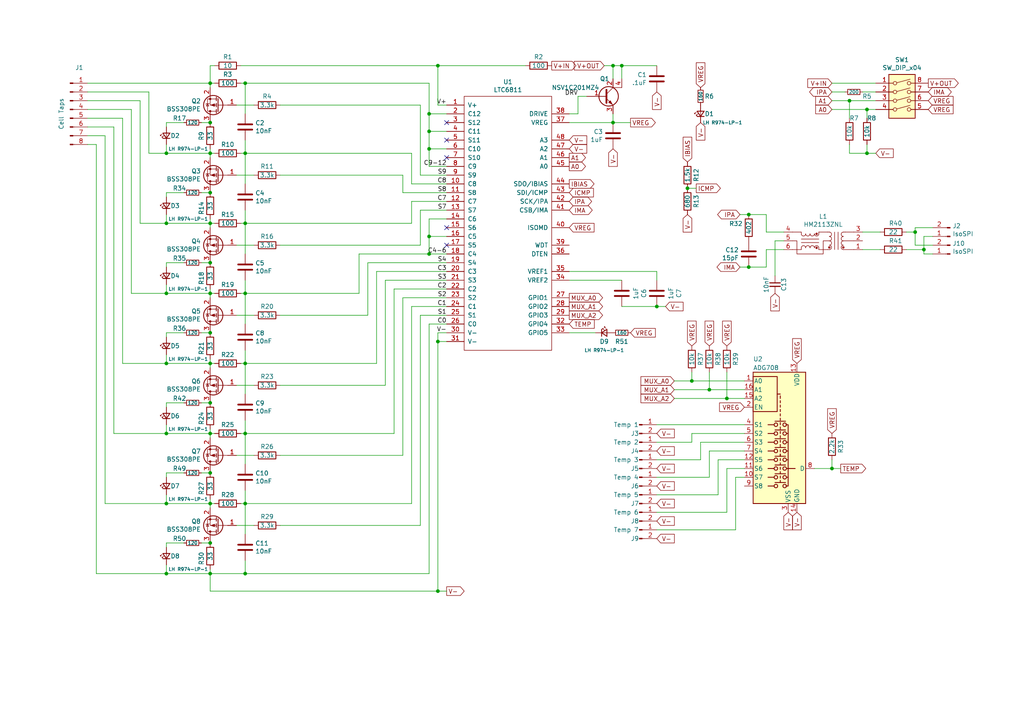
<source format=kicad_sch>
(kicad_sch (version 20230121) (generator eeschema)
  (paper "A4")
  (junction (at 71.12 44.45))
  (junction (at 60.96 96.52))
  (junction (at 177.8 19.05))
  (junction (at 60.96 146.05))
  (junction (at 60.96 137.16))
  (junction (at 124.46 43.18))
  (junction (at 48.26 64.77))
  (junction (at 190.5 88.9))
  (junction (at 246.38 29.21))
  (junction (at 48.26 85.09))
  (junction (at 60.96 125.73))
  (junction (at 60.96 24.13))
  (junction (at 251.46 31.75))
  (junction (at 71.12 64.77))
  (junction (at 124.46 68.58))
  (junction (at 124.46 73.66))
  (junction (at 60.96 85.09))
  (junction (at 180.34 19.05))
  (junction (at 241.3 135.89))
  (junction (at 124.46 33.02))
  (junction (at 48.26 146.05))
  (junction (at 60.96 105.41))
  (junction (at 127 19.05))
  (junction (at 210.82 115.57))
  (junction (at 48.26 166.37))
  (junction (at 60.96 116.84))
  (junction (at 71.12 166.37))
  (junction (at 265.43 67.31))
  (junction (at 71.12 105.41))
  (junction (at 48.26 105.41))
  (junction (at 124.46 38.1))
  (junction (at 127 99.06))
  (junction (at 60.96 44.45))
  (junction (at 60.96 76.2))
  (junction (at 60.96 35.56))
  (junction (at 48.26 44.45))
  (junction (at 251.46 44.45))
  (junction (at 71.12 24.13))
  (junction (at 71.12 146.05))
  (junction (at 60.96 166.37))
  (junction (at 199.39 54.61))
  (junction (at 217.17 77.47))
  (junction (at 267.97 72.39))
  (junction (at 60.96 157.48))
  (junction (at 127 171.45))
  (junction (at 200.66 110.49))
  (junction (at 205.74 113.03))
  (junction (at 177.8 35.56))
  (junction (at 60.96 64.77))
  (junction (at 60.96 55.88))
  (junction (at 48.26 125.73))
  (junction (at 71.12 85.09))
  (junction (at 71.12 125.73))
  (junction (at 217.17 62.23))
  (no_connect (at 129.54 40.64))
  (no_connect (at 129.54 71.12))
  (no_connect (at 129.54 35.56))
  (no_connect (at 129.54 66.04))
  (no_connect (at 129.54 45.72))
  (wire (pts (xy 195.58 113.03) (xy 205.74 113.03)))
  (wire (pts (xy 48.26 143.51) (xy 48.26 146.05)))
  (wire (pts (xy 251.46 44.45) (xy 246.38 44.45)))
  (wire (pts (xy 127 19.05) (xy 127 30.48)))
  (wire (pts (xy 200.66 125.73) (xy 200.66 128.27)))
  (wire (pts (xy 214.63 77.47) (xy 217.17 77.47)))
  (wire (pts (xy 69.85 85.09) (xy 71.12 85.09)))
  (wire (pts (xy 190.5 128.27) (xy 200.66 128.27)))
  (wire (pts (xy 48.26 123.19) (xy 48.26 125.73)))
  (wire (pts (xy 71.12 105.41) (xy 109.22 105.41)))
  (wire (pts (xy 81.28 71.12) (xy 121.92 71.12)))
  (wire (pts (xy 33.02 125.73) (xy 48.26 125.73)))
  (wire (pts (xy 180.34 22.86) (xy 180.34 19.05)))
  (wire (pts (xy 224.79 80.01) (xy 224.79 69.85)))
  (wire (pts (xy 48.26 55.88) (xy 48.26 57.15)))
  (wire (pts (xy 243.84 135.89) (xy 241.3 135.89)))
  (wire (pts (xy 25.4 31.75) (xy 38.1 31.75)))
  (wire (pts (xy 69.85 105.41) (xy 71.12 105.41)))
  (wire (pts (xy 71.12 166.37) (xy 124.46 166.37)))
  (wire (pts (xy 60.96 19.05) (xy 62.23 19.05)))
  (wire (pts (xy 267.97 72.39) (xy 262.89 72.39)))
  (wire (pts (xy 71.12 146.05) (xy 71.12 154.94)))
  (wire (pts (xy 69.85 125.73) (xy 71.12 125.73)))
  (wire (pts (xy 68.58 50.8) (xy 73.66 50.8)))
  (wire (pts (xy 48.26 102.87) (xy 48.26 105.41)))
  (wire (pts (xy 129.54 83.82) (xy 114.3 83.82)))
  (wire (pts (xy 222.25 67.31) (xy 227.33 67.31)))
  (wire (pts (xy 208.28 133.35) (xy 215.9 133.35)))
  (wire (pts (xy 71.12 40.64) (xy 71.12 44.45)))
  (wire (pts (xy 81.28 132.08) (xy 116.84 132.08)))
  (wire (pts (xy 129.54 88.9) (xy 119.38 88.9)))
  (wire (pts (xy 60.96 85.09) (xy 62.23 85.09)))
  (wire (pts (xy 68.58 30.48) (xy 73.66 30.48)))
  (wire (pts (xy 124.46 73.66) (xy 129.54 73.66)))
  (wire (pts (xy 43.18 44.45) (xy 48.26 44.45)))
  (wire (pts (xy 121.92 60.96) (xy 121.92 71.12)))
  (wire (pts (xy 251.46 44.45) (xy 254 44.45)))
  (wire (pts (xy 111.76 81.28) (xy 129.54 81.28)))
  (wire (pts (xy 60.96 25.4) (xy 60.96 24.13)))
  (wire (pts (xy 60.96 157.48) (xy 58.42 157.48)))
  (wire (pts (xy 71.12 44.45) (xy 119.38 44.45)))
  (wire (pts (xy 81.28 50.8) (xy 116.84 50.8)))
  (wire (pts (xy 81.28 111.76) (xy 111.76 111.76)))
  (wire (pts (xy 215.9 138.43) (xy 213.36 138.43)))
  (wire (pts (xy 38.1 31.75) (xy 38.1 85.09)))
  (wire (pts (xy 25.4 34.29) (xy 35.56 34.29)))
  (wire (pts (xy 127 19.05) (xy 152.4 19.05)))
  (wire (pts (xy 60.96 96.52) (xy 58.42 96.52)))
  (wire (pts (xy 71.12 44.45) (xy 71.12 53.34)))
  (wire (pts (xy 60.96 55.88) (xy 58.42 55.88)))
  (wire (pts (xy 60.96 63.5) (xy 60.96 64.77)))
  (wire (pts (xy 81.28 30.48) (xy 121.92 30.48)))
  (wire (pts (xy 48.26 137.16) (xy 48.26 138.43)))
  (wire (pts (xy 224.79 69.85) (xy 227.33 69.85)))
  (wire (pts (xy 190.5 143.51) (xy 208.28 143.51)))
  (wire (pts (xy 190.5 133.35) (xy 203.2 133.35)))
  (wire (pts (xy 251.46 34.29) (xy 251.46 31.75)))
  (wire (pts (xy 217.17 77.47) (xy 222.25 77.47)))
  (wire (pts (xy 48.26 116.84) (xy 48.26 118.11)))
  (wire (pts (xy 175.26 19.05) (xy 177.8 19.05)))
  (wire (pts (xy 177.8 35.56) (xy 177.8 33.02)))
  (wire (pts (xy 71.12 162.56) (xy 71.12 166.37)))
  (wire (pts (xy 200.66 110.49) (xy 215.9 110.49)))
  (wire (pts (xy 124.46 33.02) (xy 124.46 38.1)))
  (wire (pts (xy 124.46 33.02) (xy 129.54 33.02)))
  (wire (pts (xy 25.4 24.13) (xy 60.96 24.13)))
  (wire (pts (xy 116.84 86.36) (xy 129.54 86.36)))
  (wire (pts (xy 119.38 88.9) (xy 119.38 146.05)))
  (wire (pts (xy 265.43 67.31) (xy 265.43 71.12)))
  (wire (pts (xy 33.02 125.73) (xy 33.02 36.83)))
  (wire (pts (xy 116.84 132.08) (xy 116.84 86.36)))
  (wire (pts (xy 48.26 163.83) (xy 48.26 166.37)))
  (wire (pts (xy 60.96 104.14) (xy 60.96 105.41)))
  (wire (pts (xy 203.2 128.27) (xy 215.9 128.27)))
  (wire (pts (xy 60.96 64.77) (xy 62.23 64.77)))
  (wire (pts (xy 121.92 50.8) (xy 129.54 50.8)))
  (wire (pts (xy 265.43 66.04) (xy 265.43 67.31)))
  (wire (pts (xy 267.97 72.39) (xy 267.97 73.66)))
  (wire (pts (xy 205.74 138.43) (xy 190.5 138.43)))
  (wire (pts (xy 60.96 166.37) (xy 60.96 171.45)))
  (wire (pts (xy 114.3 83.82) (xy 114.3 125.73)))
  (wire (pts (xy 60.96 171.45) (xy 127 171.45)))
  (wire (pts (xy 68.58 152.4) (xy 73.66 152.4)))
  (wire (pts (xy 71.12 105.41) (xy 71.12 114.3)))
  (wire (pts (xy 116.84 55.88) (xy 116.84 50.8)))
  (wire (pts (xy 48.26 96.52) (xy 48.26 97.79)))
  (wire (pts (xy 205.74 113.03) (xy 215.9 113.03)))
  (wire (pts (xy 190.5 78.74) (xy 190.5 81.28)))
  (wire (pts (xy 60.96 127) (xy 60.96 125.73)))
  (wire (pts (xy 267.97 72.39) (xy 267.97 68.58)))
  (wire (pts (xy 60.96 43.18) (xy 60.96 44.45)))
  (wire (pts (xy 68.58 111.76) (xy 73.66 111.76)))
  (wire (pts (xy 119.38 58.42) (xy 119.38 64.77)))
  (wire (pts (xy 124.46 38.1) (xy 124.46 43.18)))
  (wire (pts (xy 251.46 41.91) (xy 251.46 44.45)))
  (wire (pts (xy 71.12 24.13) (xy 71.12 33.02)))
  (wire (pts (xy 127 99.06) (xy 127 171.45)))
  (wire (pts (xy 210.82 107.95) (xy 210.82 115.57)))
  (wire (pts (xy 69.85 44.45) (xy 71.12 44.45)))
  (wire (pts (xy 203.2 133.35) (xy 203.2 128.27)))
  (wire (pts (xy 129.54 58.42) (xy 119.38 58.42)))
  (wire (pts (xy 69.85 24.13) (xy 71.12 24.13)))
  (wire (pts (xy 71.12 24.13) (xy 124.46 24.13)))
  (wire (pts (xy 48.26 64.77) (xy 60.96 64.77)))
  (wire (pts (xy 241.3 24.13) (xy 254 24.13)))
  (wire (pts (xy 68.58 91.44) (xy 73.66 91.44)))
  (wire (pts (xy 241.3 26.67) (xy 245.11 26.67)))
  (wire (pts (xy 48.26 62.23) (xy 48.26 64.77)))
  (wire (pts (xy 40.64 64.77) (xy 48.26 64.77)))
  (wire (pts (xy 165.1 35.56) (xy 177.8 35.56)))
  (wire (pts (xy 69.85 146.05) (xy 71.12 146.05)))
  (wire (pts (xy 246.38 29.21) (xy 246.38 34.29)))
  (wire (pts (xy 53.34 35.56) (xy 48.26 35.56)))
  (wire (pts (xy 71.12 125.73) (xy 114.3 125.73)))
  (wire (pts (xy 195.58 110.49) (xy 200.66 110.49)))
  (wire (pts (xy 222.25 72.39) (xy 222.25 77.47)))
  (wire (pts (xy 270.51 66.04) (xy 265.43 66.04)))
  (wire (pts (xy 165.1 81.28) (xy 180.34 81.28)))
  (wire (pts (xy 124.46 93.98) (xy 129.54 93.98)))
  (wire (pts (xy 127 96.52) (xy 129.54 96.52)))
  (wire (pts (xy 172.72 96.52) (xy 165.1 96.52)))
  (wire (pts (xy 190.5 148.59) (xy 210.82 148.59)))
  (wire (pts (xy 40.64 29.21) (xy 40.64 64.77)))
  (wire (pts (xy 60.96 166.37) (xy 71.12 166.37)))
  (wire (pts (xy 48.26 76.2) (xy 48.26 77.47)))
  (wire (pts (xy 124.46 68.58) (xy 129.54 68.58)))
  (wire (pts (xy 109.22 105.41) (xy 109.22 78.74)))
  (wire (pts (xy 25.4 39.37) (xy 30.48 39.37)))
  (wire (pts (xy 60.96 116.84) (xy 58.42 116.84)))
  (wire (pts (xy 60.96 45.72) (xy 60.96 44.45)))
  (wire (pts (xy 127 99.06) (xy 129.54 99.06)))
  (wire (pts (xy 127 99.06) (xy 127 96.52)))
  (wire (pts (xy 121.92 91.44) (xy 129.54 91.44)))
  (wire (pts (xy 213.36 138.43) (xy 213.36 153.67)))
  (wire (pts (xy 69.85 64.77) (xy 71.12 64.77)))
  (wire (pts (xy 195.58 115.57) (xy 210.82 115.57)))
  (wire (pts (xy 38.1 85.09) (xy 48.26 85.09)))
  (wire (pts (xy 177.8 19.05) (xy 180.34 19.05)))
  (wire (pts (xy 104.14 85.09) (xy 104.14 73.66)))
  (wire (pts (xy 53.34 76.2) (xy 48.26 76.2)))
  (wire (pts (xy 68.58 71.12) (xy 73.66 71.12)))
  (wire (pts (xy 165.1 78.74) (xy 190.5 78.74)))
  (wire (pts (xy 246.38 44.45) (xy 246.38 41.91)))
  (wire (pts (xy 109.22 78.74) (xy 129.54 78.74)))
  (wire (pts (xy 241.3 29.21) (xy 246.38 29.21)))
  (wire (pts (xy 25.4 41.91) (xy 27.94 41.91)))
  (wire (pts (xy 35.56 34.29) (xy 35.56 105.41)))
  (wire (pts (xy 25.4 26.67) (xy 43.18 26.67)))
  (wire (pts (xy 60.96 105.41) (xy 62.23 105.41)))
  (wire (pts (xy 201.93 54.61) (xy 199.39 54.61)))
  (wire (pts (xy 217.17 62.23) (xy 222.25 62.23)))
  (wire (pts (xy 214.63 62.23) (xy 217.17 62.23)))
  (wire (pts (xy 48.26 125.73) (xy 60.96 125.73)))
  (wire (pts (xy 60.96 24.13) (xy 60.96 19.05)))
  (wire (pts (xy 60.96 44.45) (xy 62.23 44.45)))
  (wire (pts (xy 215.9 130.81) (xy 205.74 130.81)))
  (wire (pts (xy 241.3 135.89) (xy 236.22 135.89)))
  (wire (pts (xy 71.12 64.77) (xy 71.12 73.66)))
  (wire (pts (xy 106.68 76.2) (xy 106.68 91.44)))
  (wire (pts (xy 60.96 137.16) (xy 58.42 137.16)))
  (wire (pts (xy 210.82 135.89) (xy 215.9 135.89)))
  (wire (pts (xy 48.26 105.41) (xy 60.96 105.41)))
  (wire (pts (xy 60.96 147.32) (xy 60.96 146.05)))
  (wire (pts (xy 48.26 82.55) (xy 48.26 85.09)))
  (wire (pts (xy 71.12 85.09) (xy 71.12 93.98)))
  (wire (pts (xy 60.96 24.13) (xy 62.23 24.13)))
  (wire (pts (xy 71.12 64.77) (xy 119.38 64.77)))
  (wire (pts (xy 53.34 157.48) (xy 48.26 157.48)))
  (wire (pts (xy 48.26 146.05) (xy 60.96 146.05)))
  (wire (pts (xy 124.46 24.13) (xy 124.46 33.02)))
  (wire (pts (xy 200.66 107.95) (xy 200.66 110.49)))
  (wire (pts (xy 205.74 107.95) (xy 205.74 113.03)))
  (wire (pts (xy 182.88 35.56) (xy 177.8 35.56)))
  (wire (pts (xy 124.46 68.58) (xy 124.46 63.5)))
  (wire (pts (xy 53.34 137.16) (xy 48.26 137.16)))
  (wire (pts (xy 60.96 76.2) (xy 58.42 76.2)))
  (wire (pts (xy 35.56 105.41) (xy 48.26 105.41)))
  (wire (pts (xy 53.34 96.52) (xy 48.26 96.52)))
  (wire (pts (xy 124.46 166.37) (xy 124.46 93.98)))
  (wire (pts (xy 121.92 60.96) (xy 129.54 60.96)))
  (wire (pts (xy 60.96 146.05) (xy 62.23 146.05)))
  (wire (pts (xy 25.4 29.21) (xy 40.64 29.21)))
  (wire (pts (xy 167.64 27.94) (xy 167.64 33.02)))
  (wire (pts (xy 48.26 44.45) (xy 60.96 44.45)))
  (wire (pts (xy 60.96 165.1) (xy 60.96 166.37)))
  (wire (pts (xy 241.3 31.75) (xy 251.46 31.75)))
  (wire (pts (xy 254 29.21) (xy 246.38 29.21)))
  (wire (pts (xy 48.26 157.48) (xy 48.26 158.75)))
  (wire (pts (xy 190.5 123.19) (xy 215.9 123.19)))
  (wire (pts (xy 48.26 85.09) (xy 60.96 85.09)))
  (wire (pts (xy 60.96 125.73) (xy 62.23 125.73)))
  (wire (pts (xy 222.25 72.39) (xy 227.33 72.39)))
  (wire (pts (xy 60.96 35.56) (xy 58.42 35.56)))
  (wire (pts (xy 129.54 171.45) (xy 127 171.45)))
  (wire (pts (xy 267.97 68.58) (xy 270.51 68.58)))
  (wire (pts (xy 71.12 81.28) (xy 71.12 85.09)))
  (wire (pts (xy 48.26 35.56) (xy 48.26 36.83)))
  (wire (pts (xy 48.26 166.37) (xy 60.96 166.37)))
  (wire (pts (xy 129.54 55.88) (xy 116.84 55.88)))
  (wire (pts (xy 60.96 66.04) (xy 60.96 64.77)))
  (wire (pts (xy 180.34 19.05) (xy 190.5 19.05)))
  (wire (pts (xy 104.14 73.66) (xy 124.46 73.66)))
  (wire (pts (xy 222.25 62.23) (xy 222.25 67.31)))
  (wire (pts (xy 241.3 133.35) (xy 241.3 135.89)))
  (wire (pts (xy 124.46 63.5) (xy 129.54 63.5)))
  (wire (pts (xy 71.12 142.24) (xy 71.12 146.05)))
  (wire (pts (xy 129.54 76.2) (xy 106.68 76.2)))
  (wire (pts (xy 71.12 121.92) (xy 71.12 125.73)))
  (wire (pts (xy 267.97 73.66) (xy 270.51 73.66)))
  (wire (pts (xy 71.12 101.6) (xy 71.12 105.41)))
  (wire (pts (xy 213.36 153.67) (xy 190.5 153.67)))
  (wire (pts (xy 265.43 71.12) (xy 270.51 71.12)))
  (wire (pts (xy 71.12 60.96) (xy 71.12 64.77)))
  (wire (pts (xy 27.94 166.37) (xy 48.26 166.37)))
  (wire (pts (xy 68.58 132.08) (xy 73.66 132.08)))
  (wire (pts (xy 60.96 106.68) (xy 60.96 105.41)))
  (wire (pts (xy 53.34 55.88) (xy 48.26 55.88)))
  (wire (pts (xy 60.96 144.78) (xy 60.96 146.05)))
  (wire (pts (xy 180.34 88.9) (xy 190.5 88.9)))
  (wire (pts (xy 60.96 124.46) (xy 60.96 125.73)))
  (wire (pts (xy 69.85 19.05) (xy 127 19.05)))
  (wire (pts (xy 124.46 43.18) (xy 124.46 48.26)))
  (wire (pts (xy 33.02 36.83) (xy 25.4 36.83)))
  (wire (pts (xy 255.27 72.39) (xy 250.19 72.39)))
  (wire (pts (xy 27.94 41.91) (xy 27.94 166.37)))
  (wire (pts (xy 43.18 26.67) (xy 43.18 44.45)))
  (wire (pts (xy 71.12 125.73) (xy 71.12 134.62)))
  (wire (pts (xy 250.19 67.31) (xy 255.27 67.31)))
  (wire (pts (xy 210.82 115.57) (xy 215.9 115.57)))
  (wire (pts (xy 71.12 146.05) (xy 119.38 146.05)))
  (wire (pts (xy 119.38 53.34) (xy 129.54 53.34)))
  (wire (pts (xy 48.26 41.91) (xy 48.26 44.45)))
  (wire (pts (xy 124.46 43.18) (xy 129.54 43.18)))
  (wire (pts (xy 121.92 30.48) (xy 121.92 50.8)))
  (wire (pts (xy 60.96 83.82) (xy 60.96 85.09)))
  (wire (pts (xy 250.19 26.67) (xy 254 26.67)))
  (wire (pts (xy 124.46 38.1) (xy 129.54 38.1)))
  (wire (pts (xy 205.74 130.81) (xy 205.74 138.43)))
  (wire (pts (xy 30.48 39.37) (xy 30.48 146.05)))
  (wire (pts (xy 30.48 146.05) (xy 48.26 146.05)))
  (wire (pts (xy 81.28 91.44) (xy 106.68 91.44)))
  (wire (pts (xy 111.76 111.76) (xy 111.76 81.28)))
  (wire (pts (xy 251.46 31.75) (xy 254 31.75)))
  (wire (pts (xy 208.28 143.51) (xy 208.28 133.35)))
  (wire (pts (xy 262.89 67.31) (xy 265.43 67.31)))
  (wire (pts (xy 81.28 152.4) (xy 121.92 152.4)))
  (wire (pts (xy 215.9 125.73) (xy 200.66 125.73)))
  (wire (pts (xy 124.46 68.58) (xy 124.46 73.66)))
  (wire (pts (xy 177.8 19.05) (xy 177.8 22.86)))
  (wire (pts (xy 119.38 44.45) (xy 119.38 53.34)))
  (wire (pts (xy 210.82 148.59) (xy 210.82 135.89)))
  (wire (pts (xy 121.92 152.4) (xy 121.92 91.44)))
  (wire (pts (xy 124.46 48.26) (xy 129.54 48.26)))
  (wire (pts (xy 127 30.48) (xy 129.54 30.48)))
  (wire (pts (xy 170.18 27.94) (xy 167.64 27.94)))
  (wire (pts (xy 60.96 86.36) (xy 60.96 85.09)))
  (wire (pts (xy 53.34 116.84) (xy 48.26 116.84)))
  (wire (pts (xy 71.12 85.09) (xy 104.14 85.09)))
  (wire (pts (xy 190.5 88.9) (xy 193.04 88.9)))
  (wire (pts (xy 167.64 33.02) (xy 165.1 33.02)))
  (label "S7" (at 129.54 60.96 180))
  (label "S1" (at 129.54 91.44 180))
  (label "DRV" (at 167.64 27.94 180))
  (label "S4" (at 129.54 76.2 180))
  (label "V+" (at 129.54 30.48 180))
  (label "C8" (at 129.54 53.34 180))
  (label "C2" (at 129.54 83.82 180))
  (label "S3" (at 129.54 81.28 180))
  (label "C1" (at 129.54 88.9 180))
  (label "C3" (at 129.54 78.74 180))
  (label "C9-12" (at 129.54 48.26 180))
  (label "S8" (at 129.54 55.88 180))
  (label "C0" (at 129.54 93.98 180))
  (label "C4-6" (at 129.54 73.66 180))
  (label "S9" (at 129.54 50.8 180))
  (label "C7" (at 129.54 58.42 180))
  (label "V-" (at 129.54 96.52 180))
  (label "S2" (at 129.54 86.36 180))
  (global_label "ICMP" (shape input) (at 165.1 55.88 0) (property "Intersheetrefs" "${INTERSHEET_REFS}" (effects hide)))
  (global_label "V-" (shape input) (at 190.5 156.21 0) (property "Intersheetrefs" "${INTERSHEET_REFS}" (effects hide)))
  (global_label "IMA" (shape bidirectional) (at 214.63 77.47 180) (property "Intersheetrefs" "${INTERSHEET_REFS}" (effects hide)))
  (global_label "VREG" (shape input) (at 182.88 96.52 0) (property "Intersheetrefs" "${INTERSHEET_REFS}" (effects hide)))
  (global_label "V-" (shape input) (at 199.39 62.23 270) (property "Intersheetrefs" "${INTERSHEET_REFS}" (effects hide)))
  (global_label "V-" (shape input) (at 190.5 151.13 0) (property "Intersheetrefs" "${INTERSHEET_REFS}" (effects hide)))
  (global_label "V-" (shape input) (at 190.5 135.89 0) (property "Intersheetrefs" "${INTERSHEET_REFS}" (effects hide)))
  (global_label "IMA" (shape bidirectional) (at 165.1 60.96 0) (property "Intersheetrefs" "${INTERSHEET_REFS}" (effects hide)))
  (global_label "IBIAS" (shape input) (at 199.39 46.99 90) (property "Intersheetrefs" "${INTERSHEET_REFS}" (effects hide)))
  (global_label "V+OUT" (shape input) (at 175.26 19.05 180) (property "Intersheetrefs" "${INTERSHEET_REFS}" (effects hide)))
  (global_label "V-" (shape input) (at 193.04 88.9 0) (property "Intersheetrefs" "${INTERSHEET_REFS}" (effects hide)))
  (global_label "VREG" (shape input) (at 215.9 118.11 180) (property "Intersheetrefs" "${INTERSHEET_REFS}" (effects hide)))
  (global_label "V-" (shape input) (at 190.5 130.81 0) (property "Intersheetrefs" "${INTERSHEET_REFS}" (effects hide)))
  (global_label "V+IN" (shape input) (at 241.3 24.13 180) (property "Intersheetrefs" "${INTERSHEET_REFS}" (effects hide)))
  (global_label "V-" (shape input) (at 190.5 146.05 0) (property "Intersheetrefs" "${INTERSHEET_REFS}" (effects hide)))
  (global_label "V+IN" (shape output) (at 160.02 19.05 0) (property "Intersheetrefs" "${INTERSHEET_REFS}" (effects hide)))
  (global_label "V-" (shape input) (at 203.2 35.56 270) (property "Intersheetrefs" "${INTERSHEET_REFS}" (effects hide)))
  (global_label "A0" (shape input) (at 241.3 31.75 180) (property "Intersheetrefs" "${INTERSHEET_REFS}" (effects hide)))
  (global_label "VREG" (shape input) (at 200.66 100.33 90) (property "Intersheetrefs" "${INTERSHEET_REFS}" (effects hide)))
  (global_label "V-" (shape input) (at 190.5 26.67 270) (property "Intersheetrefs" "${INTERSHEET_REFS}" (effects hide)))
  (global_label "VREG" (shape input) (at 165.1 66.04 0) (property "Intersheetrefs" "${INTERSHEET_REFS}" (effects hide)))
  (global_label "VREG" (shape input) (at 241.3 125.73 90) (property "Intersheetrefs" "${INTERSHEET_REFS}" (effects hide)))
  (global_label "MUX_A2" (shape output) (at 165.1 91.44 0) (property "Intersheetrefs" "${INTERSHEET_REFS}" (effects hide)))
  (global_label "TEMP" (shape input) (at 165.1 93.98 0) (property "Intersheetrefs" "${INTERSHEET_REFS}" (effects hide)))
  (global_label "V-" (shape input) (at 190.5 125.73 0) (property "Intersheetrefs" "${INTERSHEET_REFS}" (effects hide)))
  (global_label "VREG" (shape output) (at 182.88 35.56 0) (property "Intersheetrefs" "${INTERSHEET_REFS}" (effects hide)))
  (global_label "MUX_A1" (shape input) (at 195.58 113.03 180) (property "Intersheetrefs" "${INTERSHEET_REFS}" (effects hide)))
  (global_label "IMA" (shape bidirectional) (at 269.24 26.67 0) (property "Intersheetrefs" "${INTERSHEET_REFS}" (effects hide)))
  (global_label "V-" (shape input) (at 177.8 43.18 270) (property "Intersheetrefs" "${INTERSHEET_REFS}" (effects hide)))
  (global_label "VREG" (shape input) (at 269.24 29.21 0) (property "Intersheetrefs" "${INTERSHEET_REFS}" (effects hide)))
  (global_label "V-" (shape input) (at 254 44.45 0) (property "Intersheetrefs" "${INTERSHEET_REFS}" (effects hide)))
  (global_label "V-" (shape input) (at 165.1 40.64 0) (property "Intersheetrefs" "${INTERSHEET_REFS}" (effects hide)))
  (global_label "V-" (shape input) (at 228.6 148.59 270) (property "Intersheetrefs" "${INTERSHEET_REFS}" (effects hide)))
  (global_label "ICMP" (shape output) (at 201.93 54.61 0) (property "Intersheetrefs" "${INTERSHEET_REFS}" (effects hide)))
  (global_label "IBIAS" (shape output) (at 165.1 53.34 0) (property "Intersheetrefs" "${INTERSHEET_REFS}" (effects hide)))
  (global_label "MUX_A1" (shape output) (at 165.1 88.9 0) (property "Intersheetrefs" "${INTERSHEET_REFS}" (effects hide)))
  (global_label "VREG" (shape input) (at 269.24 31.75 0) (property "Intersheetrefs" "${INTERSHEET_REFS}" (effects hide)))
  (global_label "MUX_A0" (shape input) (at 195.58 110.49 180) (property "Intersheetrefs" "${INTERSHEET_REFS}" (effects hide)))
  (global_label "TEMP" (shape output) (at 243.84 135.89 0) (property "Intersheetrefs" "${INTERSHEET_REFS}" (effects hide)))
  (global_label "V-" (shape output) (at 129.54 171.45 0) (property "Intersheetrefs" "${INTERSHEET_REFS}" (effects hide)))
  (global_label "MUX_A2" (shape input) (at 195.58 115.57 180) (property "Intersheetrefs" "${INTERSHEET_REFS}" (effects hide)))
  (global_label "IPA" (shape bidirectional) (at 165.1 58.42 0) (property "Intersheetrefs" "${INTERSHEET_REFS}" (effects hide)))
  (global_label "V-" (shape input) (at 224.79 85.09 270) (property "Intersheetrefs" "${INTERSHEET_REFS}" (effects hide)))
  (global_label "A1" (shape input) (at 241.3 29.21 180) (property "Intersheetrefs" "${INTERSHEET_REFS}" (effects hide)))
  (global_label "MUX_A0" (shape output) (at 165.1 86.36 0) (property "Intersheetrefs" "${INTERSHEET_REFS}" (effects hide)))
  (global_label "VREG" (shape input) (at 203.2 25.4 90) (property "Intersheetrefs" "${INTERSHEET_REFS}" (effects hide)))
  (global_label "V-" (shape input) (at 165.1 43.18 0) (property "Intersheetrefs" "${INTERSHEET_REFS}" (effects hide)))
  (global_label "VREG" (shape input) (at 231.14 105.41 90) (property "Intersheetrefs" "${INTERSHEET_REFS}" (effects hide)))
  (global_label "A0" (shape output) (at 165.1 48.26 0) (property "Intersheetrefs" "${INTERSHEET_REFS}" (effects hide)))
  (global_label "IPA" (shape bidirectional) (at 214.63 62.23 180) (property "Intersheetrefs" "${INTERSHEET_REFS}" (effects hide)))
  (global_label "V+OUT" (shape output) (at 269.24 24.13 0) (property "Intersheetrefs" "${INTERSHEET_REFS}" (effects hide)))
  (global_label "VREG" (shape input) (at 210.82 100.33 90) (property "Intersheetrefs" "${INTERSHEET_REFS}" (effects hide)))
  (global_label "VREG" (shape input) (at 205.74 100.33 90) (property "Intersheetrefs" "${INTERSHEET_REFS}" (effects hide)))
  (global_label "IPA" (shape bidirectional) (at 241.3 26.67 180) (property "Intersheetrefs" "${INTERSHEET_REFS}" (effects hide)))
  (global_label "V-" (shape input) (at 190.5 140.97 0) (property "Intersheetrefs" "${INTERSHEET_REFS}" (effects hide)))
  (global_label "V-" (shape input) (at 231.14 148.59 270) (property "Intersheetrefs" "${INTERSHEET_REFS}" (effects hide)))
  (global_label "A1" (shape output) (at 165.1 45.72 0) (property "Intersheetrefs" "${INTERSHEET_REFS}" (effects hide)))
  (symbol (lib_id "FS_FINAL:LTC6811") (at 147.32 27.94 0) (unit 1)
    (property "Reference" "U1" (at 147.32 23.749 0))
    (property "Value" "LTC6811" (at 147.32 26.0604 0))
    (property "Footprint" "FSFootprints:FSOP-48_[LTC6811-2]" (effects hide))
  )
  (symbol (lib_id "Transistor_FET:BSS84") (at 63.5 30.48 180) (unit 1)
    (property "Reference" "Q2" (at 58.2676 29.3116 0) (effects (justify left)))
    (property "Value" "BSS308PE" (at 58.2676 31.623 0) (effects (justify left)))
    (property "Footprint" "TO_SOT_Packages_SMD:SOT-23" (effects hide))
    (property "Datasheet" "http://assets.nexperia.com/documents/data-sheet/BSS84.pdf" (effects hide))
  )
  (symbol (lib_id "Device:R") (at 77.47 30.48 270) (unit 1)
    (property "Reference" "R4" (at 77.47 27.94 90))
    (property "Value" "3.3k" (at 77.47 30.48 90))
    (property "Footprint" "Resistors_SMD:R_0805_HandSoldering" (effects hide))
  )
  (symbol (lib_id "Device:R") (at 60.96 39.37 180) (unit 1)
    (property "Reference" "R9" (at 58.42 38.1 90) (effects (justify left)))
    (property "Value" "33" (at 60.96 38.1 90) (effects (justify left)))
    (property "Footprint" "Resistors_SMD:R_2512_HandSoldering" (effects hide))
  )
  (symbol (lib_id "Device:R") (at 66.04 19.05 270) (unit 1)
    (property "Reference" "R1" (at 66.04 16.51 90))
    (property "Value" "10" (at 66.04 19.05 90))
    (property "Footprint" "Resistors_SMD:R_0805_HandSoldering" (effects hide))
  )
  (symbol (lib_id "Device:R") (at 66.04 24.13 270) (unit 1)
    (property "Reference" "R3" (at 66.04 21.59 90))
    (property "Value" "100" (at 66.04 24.13 90))
    (property "Footprint" "Resistors_SMD:R_0805_HandSoldering" (effects hide))
  )
  (symbol (lib_id "Device:C") (at 71.12 36.83 0) (unit 1)
    (property "Reference" "C2" (at 74.041 35.6616 0) (effects (justify left)))
    (property "Value" "10nF" (at 74.041 37.973 0) (effects (justify left)))
    (property "Footprint" "Capacitors_SMD:C_0805_HandSoldering" (effects hide))
  )
  (symbol (lib_id "BMS-rescue:Conn_01x08_Male-Connector") (at 20.32 31.75 0) (unit 1)
    (property "Reference" "J1" (at 23.0124 19.6088 0))
    (property "Value" "Cell Taps" (at 17.78 33.02 90))
    (property "Footprint" "FSFootprints:Cell Taps" (effects hide))
  )
  (symbol (lib_id "Transistor_FET:BSS84") (at 63.5 50.8 180) (unit 1)
    (property "Reference" "Q3" (at 58.2676 49.6316 0) (effects (justify left)))
    (property "Value" "BSS308PE" (at 58.2676 51.943 0) (effects (justify left)))
    (property "Footprint" "TO_SOT_Packages_SMD:SOT-23" (effects hide))
    (property "Datasheet" "http://assets.nexperia.com/documents/data-sheet/BSS84.pdf" (effects hide))
  )
  (symbol (lib_id "Device:R") (at 77.47 50.8 270) (unit 1)
    (property "Reference" "R11" (at 77.47 48.26 90))
    (property "Value" "3.3k" (at 77.47 50.8 90))
    (property "Footprint" "Resistors_SMD:R_0805_HandSoldering" (effects hide))
  )
  (symbol (lib_id "Device:R") (at 60.96 59.69 180) (unit 1)
    (property "Reference" "R14" (at 58.42 58.42 90) (effects (justify left)))
    (property "Value" "33" (at 60.96 58.42 90) (effects (justify left)))
    (property "Footprint" "Resistors_SMD:R_2512_HandSoldering" (effects hide))
  )
  (symbol (lib_id "Device:R") (at 66.04 44.45 270) (unit 1)
    (property "Reference" "R10" (at 66.04 41.91 90))
    (property "Value" "100" (at 66.04 44.45 90))
    (property "Footprint" "Resistors_SMD:R_0805_HandSoldering" (effects hide))
  )
  (symbol (lib_id "Device:C") (at 71.12 57.15 0) (unit 1)
    (property "Reference" "C4" (at 74.041 55.9816 0) (effects (justify left)))
    (property "Value" "10nF" (at 74.041 58.293 0) (effects (justify left)))
    (property "Footprint" "Capacitors_SMD:C_0805_HandSoldering" (effects hide))
  )
  (symbol (lib_id "Transistor_FET:BSS84") (at 63.5 71.12 180) (unit 1)
    (property "Reference" "Q4" (at 58.2676 69.9516 0) (effects (justify left)))
    (property "Value" "BSS308PE" (at 58.2676 72.263 0) (effects (justify left)))
    (property "Footprint" "TO_SOT_Packages_SMD:SOT-23" (effects hide))
    (property "Datasheet" "http://assets.nexperia.com/documents/data-sheet/BSS84.pdf" (effects hide))
  )
  (symbol (lib_id "Device:R") (at 77.47 71.12 270) (unit 1)
    (property "Reference" "R16" (at 77.47 68.58 90))
    (property "Value" "3.3k" (at 77.47 71.12 90))
    (property "Footprint" "Resistors_SMD:R_0805_HandSoldering" (effects hide))
  )
  (symbol (lib_id "Device:R") (at 60.96 80.01 180) (unit 1)
    (property "Reference" "R18" (at 58.42 78.74 90) (effects (justify left)))
    (property "Value" "33" (at 60.96 78.74 90) (effects (justify left)))
    (property "Footprint" "Resistors_SMD:R_2512_HandSoldering" (effects hide))
  )
  (symbol (lib_id "Device:R") (at 66.04 64.77 270) (unit 1)
    (property "Reference" "R15" (at 66.04 62.23 90))
    (property "Value" "100" (at 66.04 64.77 90))
    (property "Footprint" "Resistors_SMD:R_0805_HandSoldering" (effects hide))
  )
  (symbol (lib_id "Device:C") (at 71.12 77.47 0) (unit 1)
    (property "Reference" "C5" (at 74.041 76.3016 0) (effects (justify left)))
    (property "Value" "10nF" (at 74.041 78.613 0) (effects (justify left)))
    (property "Footprint" "Capacitors_SMD:C_0805_HandSoldering" (effects hide))
  )
  (symbol (lib_id "Transistor_FET:BSS84") (at 63.5 91.44 180) (unit 1)
    (property "Reference" "Q5" (at 58.2676 90.2716 0) (effects (justify left)))
    (property "Value" "BSS308PE" (at 58.2676 92.583 0) (effects (justify left)))
    (property "Footprint" "TO_SOT_Packages_SMD:SOT-23" (effects hide))
    (property "Datasheet" "http://assets.nexperia.com/documents/data-sheet/BSS84.pdf" (effects hide))
  )
  (symbol (lib_id "Device:R") (at 77.47 91.44 270) (unit 1)
    (property "Reference" "R20" (at 77.47 88.9 90))
    (property "Value" "3.3k" (at 77.47 91.44 90))
    (property "Footprint" "Resistors_SMD:R_0805_HandSoldering" (effects hide))
  )
  (symbol (lib_id "Device:R") (at 60.96 100.33 180) (unit 1)
    (property "Reference" "R21" (at 58.42 99.06 90) (effects (justify left)))
    (property "Value" "33" (at 60.96 99.06 90) (effects (justify left)))
    (property "Footprint" "Resistors_SMD:R_2512_HandSoldering" (effects hide))
  )
  (symbol (lib_id "Device:R") (at 66.04 85.09 270) (unit 1)
    (property "Reference" "R19" (at 66.04 82.55 90))
    (property "Value" "100" (at 66.04 85.09 90))
    (property "Footprint" "Resistors_SMD:R_0805_HandSoldering" (effects hide))
  )
  (symbol (lib_id "Device:C") (at 71.12 97.79 0) (unit 1)
    (property "Reference" "C8" (at 74.041 96.6216 0) (effects (justify left)))
    (property "Value" "10nF" (at 74.041 98.933 0) (effects (justify left)))
    (property "Footprint" "Capacitors_SMD:C_0805_HandSoldering" (effects hide))
  )
  (symbol (lib_id "Transistor_FET:BSS84") (at 63.5 111.76 180) (unit 1)
    (property "Reference" "Q6" (at 58.2676 110.5916 0) (effects (justify left)))
    (property "Value" "BSS308PE" (at 58.2676 112.903 0) (effects (justify left)))
    (property "Footprint" "TO_SOT_Packages_SMD:SOT-23" (effects hide))
    (property "Datasheet" "http://assets.nexperia.com/documents/data-sheet/BSS84.pdf" (effects hide))
  )
  (symbol (lib_id "Device:R") (at 77.47 111.76 270) (unit 1)
    (property "Reference" "R23" (at 77.47 109.22 90))
    (property "Value" "3.3k" (at 77.47 111.76 90))
    (property "Footprint" "Resistors_SMD:R_0805_HandSoldering" (effects hide))
  )
  (symbol (lib_id "Device:R") (at 60.96 120.65 180) (unit 1)
    (property "Reference" "R24" (at 58.42 119.38 90) (effects (justify left)))
    (property "Value" "33" (at 60.96 119.38 90) (effects (justify left)))
    (property "Footprint" "Resistors_SMD:R_2512_HandSoldering" (effects hide))
  )
  (symbol (lib_id "Device:R") (at 66.04 105.41 270) (unit 1)
    (property "Reference" "R22" (at 66.04 102.87 90))
    (property "Value" "100" (at 66.04 105.41 90))
    (property "Footprint" "Resistors_SMD:R_0805_HandSoldering" (effects hide))
  )
  (symbol (lib_id "Device:C") (at 71.12 118.11 0) (unit 1)
    (property "Reference" "C9" (at 74.041 116.9416 0) (effects (justify left)))
    (property "Value" "10nF" (at 74.041 119.253 0) (effects (justify left)))
    (property "Footprint" "Capacitors_SMD:C_0805_HandSoldering" (effects hide))
  )
  (symbol (lib_id "Transistor_FET:BSS84") (at 63.5 132.08 180) (unit 1)
    (property "Reference" "Q7" (at 58.2676 130.9116 0) (effects (justify left)))
    (property "Value" "BSS308PE" (at 58.2676 133.223 0) (effects (justify left)))
    (property "Footprint" "TO_SOT_Packages_SMD:SOT-23" (effects hide))
    (property "Datasheet" "http://assets.nexperia.com/documents/data-sheet/BSS84.pdf" (effects hide))
  )
  (symbol (lib_id "Device:R") (at 77.47 132.08 270) (unit 1)
    (property "Reference" "R26" (at 77.47 129.54 90))
    (property "Value" "3.3k" (at 77.47 132.08 90))
    (property "Footprint" "Resistors_SMD:R_0805_HandSoldering" (effects hide))
  )
  (symbol (lib_id "Device:R") (at 60.96 140.97 180) (unit 1)
    (property "Reference" "R27" (at 58.42 139.7 90) (effects (justify left)))
    (property "Value" "33" (at 60.96 139.7 90) (effects (justify left)))
    (property "Footprint" "Resistors_SMD:R_2512_HandSoldering" (effects hide))
  )
  (symbol (lib_id "Device:R") (at 66.04 125.73 270) (unit 1)
    (property "Reference" "R25" (at 66.04 123.19 90))
    (property "Value" "100" (at 66.04 125.73 90))
    (property "Footprint" "Resistors_SMD:R_0805_HandSoldering" (effects hide))
  )
  (symbol (lib_id "Device:C") (at 71.12 138.43 0) (unit 1)
    (property "Reference" "C10" (at 74.041 137.2616 0) (effects (justify left)))
    (property "Value" "10nF" (at 74.041 139.573 0) (effects (justify left)))
    (property "Footprint" "Capacitors_SMD:C_0805_HandSoldering" (effects hide))
  )
  (symbol (lib_id "Transistor_FET:BSS84") (at 63.5 152.4 180) (unit 1)
    (property "Reference" "Q8" (at 58.2676 151.2316 0) (effects (justify left)))
    (property "Value" "BSS308PE" (at 58.2676 153.543 0) (effects (justify left)))
    (property "Footprint" "TO_SOT_Packages_SMD:SOT-23" (effects hide))
    (property "Datasheet" "http://assets.nexperia.com/documents/data-sheet/BSS84.pdf" (effects hide))
  )
  (symbol (lib_id "Device:R") (at 77.47 152.4 270) (unit 1)
    (property "Reference" "R29" (at 77.47 149.86 90))
    (property "Value" "3.3k" (at 77.47 152.4 90))
    (property "Footprint" "Resistors_SMD:R_0805_HandSoldering" (effects hide))
  )
  (symbol (lib_id "Device:R") (at 60.96 161.29 180) (unit 1)
    (property "Reference" "R30" (at 58.42 160.02 90) (effects (justify left)))
    (property "Value" "33" (at 60.96 160.02 90) (effects (justify left)))
    (property "Footprint" "Resistors_SMD:R_2512_HandSoldering" (effects hide))
  )
  (symbol (lib_id "Device:R") (at 66.04 146.05 270) (unit 1)
    (property "Reference" "R28" (at 66.04 143.51 90))
    (property "Value" "100" (at 66.04 146.05 90))
    (property "Footprint" "Resistors_SMD:R_0805_HandSoldering" (effects hide))
  )
  (symbol (lib_id "Device:C") (at 71.12 158.75 0) (unit 1)
    (property "Reference" "C11" (at 74.041 157.5816 0) (effects (justify left)))
    (property "Value" "10nF" (at 74.041 159.893 0) (effects (justify left)))
    (property "Footprint" "Capacitors_SMD:C_0805_HandSoldering" (effects hide))
  )
  (symbol (lib_id "Device:R") (at 156.21 19.05 270) (unit 1)
    (property "Reference" "R2" (at 156.21 16.51 90))
    (property "Value" "100" (at 156.21 19.05 90))
    (property "Footprint" "Resistors_SMD:R_0805_HandSoldering" (effects hide))
  )
  (symbol (lib_id "Switch:SW_DIP_x04") (at 261.62 29.21 0) (unit 1)
    (property "Reference" "SW1" (at 261.62 17.3482 0))
    (property "Value" "SW_DIP_x04" (at 261.62 19.6596 0))
    (property "Footprint" "FSFootprints:DIP A6H-4101" (effects hide))
    (property "Datasheet" "https://omronfs.omron.com/en_US/ecb/products/pdf/en-a6h.pdf" (effects hide))
  )
  (symbol (lib_id "Device:R") (at 199.39 50.8 180) (unit 1)
    (property "Reference" "R12" (at 201.93 50.8 90))
    (property "Value" "1.5k" (at 199.39 50.8 90))
    (property "Footprint" "Resistors_SMD:R_0805_HandSoldering" (effects hide))
  )
  (symbol (lib_id "BMS-rescue:Conn_01x02_Male-Connector") (at 275.59 68.58 180) (unit 1)
    (property "Reference" "J2" (at 276.2758 65.532 0) (effects (justify right)))
    (property "Value" "IsoSPI" (at 276.2758 67.8434 0) (effects (justify right)))
    (property "Footprint" "Connectors_Molex:Molex_NanoFit_1x02x2.50mm_Straight" (effects hide))
  )
  (symbol (lib_id "Device:R") (at 199.39 58.42 180) (unit 1)
    (property "Reference" "R13" (at 201.93 58.42 90))
    (property "Value" "680" (at 199.39 58.42 90))
    (property "Footprint" "Resistors_SMD:R_0805_HandSoldering" (effects hide))
  )
  (symbol (lib_id "Device:Q_NPN_BCEC") (at 175.26 27.94 0) (unit 1)
    (property "Reference" "Q1" (at 173.99 22.86 0) (effects (justify left)))
    (property "Value" "NSV1C201MZ4" (at 160.02 25.4 0) (effects (justify left)))
    (property "Footprint" "TO_SOT_Packages_SMD:SOT-223" (effects hide))
    (property "Datasheet" "https://www.onsemi.com/pub/Collateral/NSS1C201MZ4-D.PDF" (effects hide))
  )
  (symbol (lib_id "Device:C") (at 177.8 39.37 0) (mirror y) (unit 1)
    (property "Reference" "C3" (at 174.879 38.2016 0) (effects (justify left)))
    (property "Value" "1uF" (at 174.879 40.513 0) (effects (justify left)))
    (property "Footprint" "Capacitors_SMD:C_0805_HandSoldering" (effects hide))
  )
  (symbol (lib_id "Device:C") (at 190.5 22.86 0) (mirror y) (unit 1)
    (property "Reference" "C1" (at 187.579 21.6916 0) (effects (justify left)))
    (property "Value" ".1uF" (at 187.579 24.003 0) (effects (justify left)))
    (property "Footprint" "Capacitors_SMD:C_0805_HandSoldering" (effects hide))
  )
  (symbol (lib_id "FS_FINAL:ADG708") (at 226.06 125.73 0) (unit 1)
    (property "Reference" "U2" (at 218.44 104.14 0) (effects (justify left)))
    (property "Value" "ADG708" (at 218.44 106.68 0) (effects (justify left)))
    (property "Footprint" "Housings_SSOP:TSSOP-16_4.4x5mm_Pitch0.65mm" (effects hide))
    (property "Datasheet" "https://www.analog.com/media/en/technical-documentation/data-sheets/ADG708_709.pdf" (effects hide))
  )
  (symbol (lib_id "Device:C") (at 190.5 85.09 180) (unit 1)
    (property "Reference" "C7" (at 196.9008 85.09 90))
    (property "Value" "1uF" (at 194.5894 85.09 90))
    (property "Footprint" "Capacitors_SMD:C_0805_HandSoldering" (effects hide))
  )
  (symbol (lib_id "Device:C") (at 180.34 85.09 180) (unit 1)
    (property "Reference" "C6" (at 186.7408 85.09 90))
    (property "Value" "1uF" (at 184.4294 85.09 90))
    (property "Footprint" "Capacitors_SMD:C_0805_HandSoldering" (effects hide))
  )
  (symbol (lib_id "BMS-rescue:Conn_01x02_Male-Connector") (at 185.42 123.19 0) (unit 1)
    (property "Reference" "J3" (at 184.15 125.73 0))
    (property "Value" "Temp 1" (at 181.61 123.19 0))
    (property "Footprint" "Connectors_Molex:Molex_NanoFit_1x02x2.50mm_Straight" (effects hide))
  )
  (symbol (lib_id "BMS-rescue:Conn_01x02_Male-Connector") (at 185.42 128.27 0) (unit 1)
    (property "Reference" "J4" (at 184.15 130.81 0))
    (property "Value" "Temp 2" (at 181.61 128.27 0))
    (property "Footprint" "Connectors_Molex:Molex_NanoFit_1x02x2.50mm_Straight" (effects hide))
  )
  (symbol (lib_id "BMS-rescue:Conn_01x02_Male-Connector") (at 185.42 133.35 0) (unit 1)
    (property "Reference" "J5" (at 184.15 135.89 0))
    (property "Value" "Temp 3" (at 181.61 133.35 0))
    (property "Footprint" "Connectors_Molex:Molex_NanoFit_1x02x2.50mm_Straight" (effects hide))
  )
  (symbol (lib_id "BMS-rescue:Conn_01x02_Male-Connector") (at 185.42 138.43 0) (unit 1)
    (property "Reference" "J6" (at 184.15 140.97 0))
    (property "Value" "Temp 4" (at 181.61 138.43 0))
    (property "Footprint" "Connectors_Molex:Molex_NanoFit_1x02x2.50mm_Straight" (effects hide))
  )
  (symbol (lib_id "BMS-rescue:Conn_01x02_Male-Connector") (at 185.42 143.51 0) (unit 1)
    (property "Reference" "J7" (at 184.15 146.05 0))
    (property "Value" "Temp 5" (at 181.61 143.51 0))
    (property "Footprint" "Connectors_Molex:Molex_NanoFit_1x02x2.50mm_Straight" (effects hide))
  )
  (symbol (lib_id "BMS-rescue:Conn_01x02_Male-Connector") (at 185.42 148.59 0) (unit 1)
    (property "Reference" "J8" (at 184.15 151.13 0))
    (property "Value" "Temp 6" (at 181.61 148.59 0))
    (property "Footprint" "Connectors_Molex:Molex_NanoFit_1x02x2.50mm_Straight" (effects hide))
  )
  (symbol (lib_id "BMS-rescue:Conn_01x02_Male-Connector") (at 185.42 153.67 0) (unit 1)
    (property "Reference" "J9" (at 184.15 156.21 0))
    (property "Value" "Temp 7" (at 181.61 153.67 0))
    (property "Footprint" "Connectors_Molex:Molex_NanoFit_1x02x2.50mm_Straight" (effects hide))
  )
  (symbol (lib_id "FS_FINAL:HM2113ZNL") (at 238.76 69.85 0) (unit 1)
    (property "Reference" "L1" (at 238.76 62.7888 0))
    (property "Value" "HM2113ZNL" (at 238.76 65.1002 0))
    (property "Footprint" "FSFootprints:HM2113ZNL" (effects hide))
  )
  (symbol (lib_id "Device:R") (at 241.3 129.54 180) (unit 1)
    (property "Reference" "R33" (at 243.84 129.54 90))
    (property "Value" "2.2k" (at 241.3 129.54 90))
    (property "Footprint" "Resistors_SMD:R_0805_HandSoldering" (effects hide))
  )
  (symbol (lib_id "Device:R") (at 246.38 38.1 0) (unit 1)
    (property "Reference" "R7" (at 246.38 34.29 0) (effects (justify left)))
    (property "Value" "10k" (at 246.38 38.1 90))
    (property "Footprint" "Resistors_SMD:R_0805_HandSoldering" (effects hide))
  )
  (symbol (lib_id "Device:R") (at 251.46 38.1 0) (unit 1)
    (property "Reference" "R8" (at 251.46 34.29 0) (effects (justify left)))
    (property "Value" "10k" (at 251.46 38.1 90))
    (property "Footprint" "Resistors_SMD:R_0805_HandSoldering" (effects hide))
  )
  (symbol (lib_id "Device:R") (at 259.08 67.31 270) (mirror x) (unit 1)
    (property "Reference" "R40" (at 257.81 64.77 90) (effects (justify left)))
    (property "Value" "22" (at 259.08 67.31 90))
    (property "Footprint" "Resistors_SMD:R_0805_HandSoldering" (effects hide))
  )
  (symbol (lib_id "Device:R") (at 259.08 72.39 270) (mirror x) (unit 1)
    (property "Reference" "R41" (at 257.81 69.85 90) (effects (justify left)))
    (property "Value" "22" (at 259.08 72.39 90))
    (property "Footprint" "Resistors_SMD:R_0805_HandSoldering" (effects hide))
  )
  (symbol (lib_id "Device:R_Small") (at 247.65 26.67 270) (unit 1)
    (property "Reference" "R5" (at 251.46 27.94 90))
    (property "Value" "200" (at 247.65 26.67 90) (effects (font (size 0.9652 0.9652))))
    (property "Footprint" "Resistors_SMD:R_0805_HandSoldering" (effects hide))
  )
  (symbol (lib_id "Device:R") (at 200.66 104.14 180) (unit 1)
    (property "Reference" "R37" (at 203.2 104.14 90))
    (property "Value" "10k" (at 200.66 104.14 90))
    (property "Footprint" "Resistors_SMD:R_0805_HandSoldering" (effects hide))
  )
  (symbol (lib_id "Device:R") (at 205.74 104.14 180) (unit 1)
    (property "Reference" "R38" (at 208.28 104.14 90))
    (property "Value" "10k" (at 205.74 104.14 90))
    (property "Footprint" "Resistors_SMD:R_0805_HandSoldering" (effects hide))
  )
  (symbol (lib_id "Device:R") (at 210.82 104.14 180) (unit 1)
    (property "Reference" "R39" (at 213.36 104.14 90))
    (property "Value" "10k" (at 210.82 104.14 90))
    (property "Footprint" "Resistors_SMD:R_0805_HandSoldering" (effects hide))
  )
  (symbol (lib_id "Device:R") (at 217.17 66.04 0) (mirror y) (unit 1)
    (property "Reference" "R32" (at 215.392 64.8716 0) (effects (justify left)))
    (property "Value" "402" (at 217.17 66.04 90))
    (property "Footprint" "Resistors_SMD:R_0805_HandSoldering" (effects hide))
  )
  (symbol (lib_id "Device:C") (at 217.17 73.66 0) (mirror x) (unit 1)
    (property "Reference" "C12" (at 214.2744 72.4916 0) (effects (justify right)))
    (property "Value" "15pF" (at 214.2744 74.803 0) (effects (justify right)))
    (property "Footprint" "Capacitors_SMD:C_0805_HandSoldering" (effects hide))
  )
  (symbol (lib_id "Device:LED_Small") (at 48.26 39.37 90) (unit 1)
    (property "Reference" "D2" (at 50.8 39.37 90))
    (property "Value" "LH R974-LP-1" (at 54.61 43.18 90) (effects (font (size 0.9652 0.9652))))
    (property "Footprint" "LEDs:LED_0805_HandSoldering" (effects hide))
  )
  (symbol (lib_id "Device:R_Small") (at 55.88 35.56 270) (unit 1)
    (property "Reference" "R17" (at 52.07 34.29 90))
    (property "Value" "120" (at 55.88 35.56 90) (effects (font (size 0.9652 0.9652))))
    (property "Footprint" "Resistors_SMD:R_0805_HandSoldering" (effects hide))
  )
  (symbol (lib_id "Device:LED_Small") (at 48.26 59.69 90) (unit 1)
    (property "Reference" "D3" (at 50.8 59.69 90))
    (property "Value" "LH R974-LP-1" (at 54.61 63.5 90) (effects (font (size 0.9652 0.9652))))
    (property "Footprint" "LEDs:LED_0805_HandSoldering" (effects hide))
  )
  (symbol (lib_id "Device:R_Small") (at 55.88 55.88 270) (unit 1)
    (property "Reference" "R34" (at 52.07 54.61 90))
    (property "Value" "120" (at 55.88 55.88 90) (effects (font (size 0.9652 0.9652))))
    (property "Footprint" "Resistors_SMD:R_0805_HandSoldering" (effects hide))
  )
  (symbol (lib_id "Device:LED_Small") (at 48.26 80.01 90) (unit 1)
    (property "Reference" "D4" (at 50.8 80.01 90))
    (property "Value" "LH R974-LP-1" (at 54.61 83.82 90) (effects (font (size 0.9652 0.9652))))
    (property "Footprint" "LEDs:LED_0805_HandSoldering" (effects hide))
  )
  (symbol (lib_id "Device:R_Small") (at 55.88 76.2 270) (unit 1)
    (property "Reference" "R35" (at 52.07 74.93 90))
    (property "Value" "120" (at 55.88 76.2 90) (effects (font (size 0.9652 0.9652))))
    (property "Footprint" "Resistors_SMD:R_0805_HandSoldering" (effects hide))
  )
  (symbol (lib_id "Device:LED_Small") (at 48.26 100.33 90) (unit 1)
    (property "Reference" "D5" (at 50.8 100.33 90))
    (property "Value" "LH R974-LP-1" (at 54.61 104.14 90) (effects (font (size 0.9652 0.9652))))
    (property "Footprint" "LEDs:LED_0805_HandSoldering" (effects hide))
  )
  (symbol (lib_id "Device:R_Small") (at 55.88 96.52 270) (unit 1)
    (property "Reference" "R36" (at 52.07 95.25 90))
    (property "Value" "120" (at 55.88 96.52 90) (effects (font (size 0.9652 0.9652))))
    (property "Footprint" "Resistors_SMD:R_0805_HandSoldering" (effects hide))
  )
  (symbol (lib_id "Device:LED_Small") (at 48.26 120.65 90) (unit 1)
    (property "Reference" "D6" (at 50.8 120.65 90))
    (property "Value" "LH R974-LP-1" (at 54.61 124.46 90) (effects (font (size 0.9652 0.9652))))
    (property "Footprint" "LEDs:LED_0805_HandSoldering" (effects hide))
  )
  (symbol (lib_id "Device:R_Small") (at 55.88 116.84 270) (unit 1)
    (property "Reference" "R42" (at 52.07 115.57 90))
    (property "Value" "120" (at 55.88 116.84 90) (effects (font (size 0.9652 0.9652))))
    (property "Footprint" "Resistors_SMD:R_0805_HandSoldering" (effects hide))
  )
  (symbol (lib_id "Device:LED_Small") (at 48.26 140.97 90) (unit 1)
    (property "Reference" "D7" (at 50.8 140.97 90))
    (property "Value" "LH R974-LP-1" (at 54.61 144.78 90) (effects (font (size 0.9652 0.9652))))
    (property "Footprint" "LEDs:LED_0805_HandSoldering" (effects hide))
  )
  (symbol (lib_id "Device:R_Small") (at 55.88 137.16 270) (unit 1)
    (property "Reference" "R49" (at 52.07 135.89 90))
    (property "Value" "120" (at 55.88 137.16 90) (effects (font (size 0.9652 0.9652))))
    (property "Footprint" "Resistors_SMD:R_0805_HandSoldering" (effects hide))
  )
  (symbol (lib_id "Device:C_Small") (at 224.79 82.55 0) (unit 1)
    (property "Reference" "C13" (at 227.33 82.55 90))
    (property "Value" "10nF" (at 222.25 82.55 90))
    (property "Footprint" "Capacitors_SMD:C_0805_HandSoldering" (effects hide))
  )
  (symbol (lib_id "Device:LED_Small") (at 48.26 161.29 90) (unit 1)
    (property "Reference" "D8" (at 50.8 161.29 90))
    (property "Value" "LH R974-LP-1" (at 54.61 165.1 90) (effects (font (size 0.9652 0.9652))))
    (property "Footprint" "LEDs:LED_0805_HandSoldering" (effects hide))
  )
  (symbol (lib_id "Device:R_Small") (at 55.88 157.48 270) (unit 1)
    (property "Reference" "R50" (at 52.07 156.21 90))
    (property "Value" "120" (at 55.88 157.48 90) (effects (font (size 0.9652 0.9652))))
    (property "Footprint" "Resistors_SMD:R_0805_HandSoldering" (effects hide))
  )
  (symbol (lib_id "Device:LED_Small") (at 203.2 33.02 90) (unit 1)
    (property "Reference" "D1" (at 205.74 33.02 90))
    (property "Value" "LH R974-LP-1" (at 209.55 35.56 90) (effects (font (size 0.9652 0.9652))))
    (property "Footprint" "LEDs:LED_0805_HandSoldering" (effects hide))
  )
  (symbol (lib_id "Device:R_Small") (at 203.2 27.94 180) (unit 1)
    (property "Reference" "R6" (at 205.74 27.94 0))
    (property "Value" "160" (at 203.2 27.94 90) (effects (font (size 0.9652 0.9652))))
    (property "Footprint" "Resistors_SMD:R_0805_HandSoldering" (effects hide))
  )
  (symbol (lib_id "Device:LED_Small") (at 175.26 96.52 0) (unit 1)
    (property "Reference" "D9" (at 175.26 99.06 0))
    (property "Value" "LH R974-LP-1" (at 175.26 101.6 0) (effects (font (size 0.9652 0.9652))))
    (property "Footprint" "LEDs:LED_0805_HandSoldering" (effects hide))
  )
  (symbol (lib_id "Device:R_Small") (at 180.34 96.52 90) (unit 1)
    (property "Reference" "R51" (at 180.34 99.06 90))
    (property "Value" "160" (at 180.34 96.52 90) (effects (font (size 0.9652 0.9652))))
    (property "Footprint" "Resistors_SMD:R_0805_HandSoldering" (effects hide))
  )
  (symbol (lib_id "BMS-rescue:Conn_01x02_Male-Connector") (at 275.59 73.66 180) (unit 1)
    (property "Reference" "J10" (at 276.2758 70.612 0) (effects (justify right)))
    (property "Value" "IsoSPI" (at 276.2758 72.9234 0) (effects (justify right)))
    (property "Footprint" "Connectors_Molex:Molex_NanoFit_1x02x2.50mm_Straight" (effects hide))
  )
)
</source>
